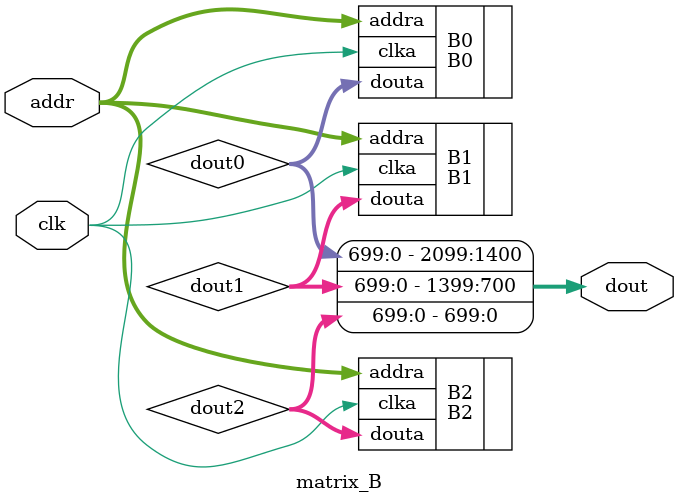
<source format=v>
`timescale 1ns / 1ps


module matrix_B(
	//input
	clk,
	addr,
	//output
	dout
    );
	 
parameter ADDR_W = 9;
parameter DAT_W = 2100;

input clk;
input [ADDR_W-1:0] addr;
output [DAT_W-1:0] dout;

wire [699:0] dout0, dout1, dout2;

assign dout = {dout0,dout1,dout2};
	 
B0 B0 (
  .clka(clk), // input clka
  .addra(addr), // input [8 : 0] addra
  .douta(dout0) // output [699 : 0] douta
);
B1 B1 (
  .clka(clk), // input clka
  .addra(addr), // input [8 : 0] addra
  .douta(dout1) // output [699 : 0] douta
);
B2 B2 (
  .clka(clk), // input clka
  .addra(addr), // input [8 : 0] addra
  .douta(dout2) // output [699: 0] douta
);

endmodule

</source>
